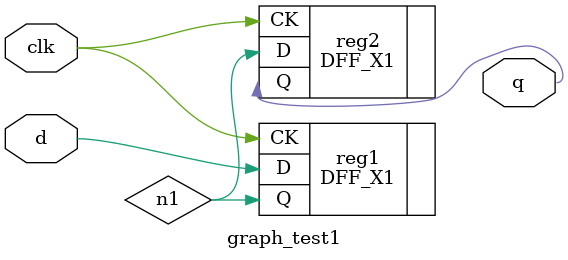
<source format=v>
module graph_test1 (clk, d, q);
  input clk, d;
  output q;
  wire n1;

  DFF_X1 reg1 (.D(d), .CK(clk), .Q(n1));
  DFF_X1 reg2 (.D(n1), .CK(clk), .Q(q));
endmodule

</source>
